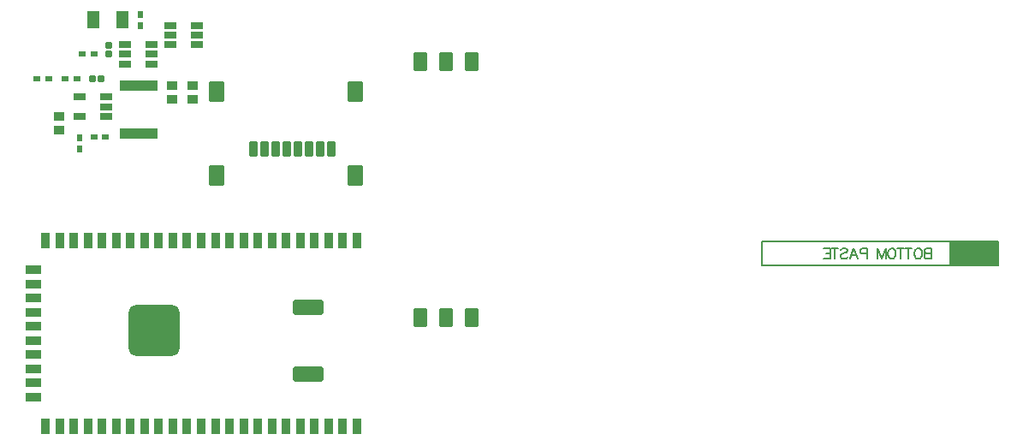
<source format=gbp>
G04*
G04 #@! TF.GenerationSoftware,Altium Limited,Altium Designer,20.0.2 (26)*
G04*
G04 Layer_Color=128*
%FSLAX44Y44*%
%MOMM*%
G71*
G01*
G75*
%ADD10C,0.2000*%
%ADD13C,0.1270*%
%ADD14R,4.8260X2.4130*%
%ADD15R,0.7500X0.6000*%
G04:AMPARAMS|DCode=17|XSize=0.64mm|YSize=0.6mm|CornerRadius=0.045mm|HoleSize=0mm|Usage=FLASHONLY|Rotation=0.000|XOffset=0mm|YOffset=0mm|HoleType=Round|Shape=RoundedRectangle|*
%AMROUNDEDRECTD17*
21,1,0.6400,0.5100,0,0,0.0*
21,1,0.5500,0.6000,0,0,0.0*
1,1,0.0900,0.2750,-0.2550*
1,1,0.0900,-0.2750,-0.2550*
1,1,0.0900,-0.2750,0.2550*
1,1,0.0900,0.2750,0.2550*
%
%ADD17ROUNDEDRECTD17*%
G04:AMPARAMS|DCode=20|XSize=0.64mm|YSize=0.6mm|CornerRadius=0.045mm|HoleSize=0mm|Usage=FLASHONLY|Rotation=270.000|XOffset=0mm|YOffset=0mm|HoleType=Round|Shape=RoundedRectangle|*
%AMROUNDEDRECTD20*
21,1,0.6400,0.5100,0,0,270.0*
21,1,0.5500,0.6000,0,0,270.0*
1,1,0.0900,-0.2550,-0.2750*
1,1,0.0900,-0.2550,0.2750*
1,1,0.0900,0.2550,0.2750*
1,1,0.0900,0.2550,-0.2750*
%
%ADD20ROUNDEDRECTD20*%
%ADD21R,0.6000X0.7500*%
%ADD37R,1.3000X1.8000*%
G04:AMPARAMS|DCode=112|XSize=1.8mm|YSize=1.4mm|CornerRadius=0.105mm|HoleSize=0mm|Usage=FLASHONLY|Rotation=270.000|XOffset=0mm|YOffset=0mm|HoleType=Round|Shape=RoundedRectangle|*
%AMROUNDEDRECTD112*
21,1,1.8000,1.1900,0,0,270.0*
21,1,1.5900,1.4000,0,0,270.0*
1,1,0.2100,-0.5950,-0.7950*
1,1,0.2100,-0.5950,0.7950*
1,1,0.2100,0.5950,0.7950*
1,1,0.2100,0.5950,-0.7950*
%
%ADD112ROUNDEDRECTD112*%
G04:AMPARAMS|DCode=113|XSize=1.2mm|YSize=0.65mm|CornerRadius=0.065mm|HoleSize=0mm|Usage=FLASHONLY|Rotation=180.000|XOffset=0mm|YOffset=0mm|HoleType=Round|Shape=RoundedRectangle|*
%AMROUNDEDRECTD113*
21,1,1.2000,0.5200,0,0,180.0*
21,1,1.0700,0.6500,0,0,180.0*
1,1,0.1300,-0.5350,0.2600*
1,1,0.1300,0.5350,0.2600*
1,1,0.1300,0.5350,-0.2600*
1,1,0.1300,-0.5350,-0.2600*
%
%ADD113ROUNDEDRECTD113*%
%ADD114R,1.0000X0.9000*%
G04:AMPARAMS|DCode=115|XSize=1.6mm|YSize=0.9mm|CornerRadius=0.0675mm|HoleSize=0mm|Usage=FLASHONLY|Rotation=90.000|XOffset=0mm|YOffset=0mm|HoleType=Round|Shape=RoundedRectangle|*
%AMROUNDEDRECTD115*
21,1,1.6000,0.7650,0,0,90.0*
21,1,1.4650,0.9000,0,0,90.0*
1,1,0.1350,0.3825,0.7325*
1,1,0.1350,0.3825,-0.7325*
1,1,0.1350,-0.3825,-0.7325*
1,1,0.1350,-0.3825,0.7325*
%
%ADD115ROUNDEDRECTD115*%
G04:AMPARAMS|DCode=116|XSize=1.6mm|YSize=0.9mm|CornerRadius=0.0675mm|HoleSize=0mm|Usage=FLASHONLY|Rotation=180.000|XOffset=0mm|YOffset=0mm|HoleType=Round|Shape=RoundedRectangle|*
%AMROUNDEDRECTD116*
21,1,1.6000,0.7650,0,0,180.0*
21,1,1.4650,0.9000,0,0,180.0*
1,1,0.1350,-0.7325,0.3825*
1,1,0.1350,0.7325,0.3825*
1,1,0.1350,0.7325,-0.3825*
1,1,0.1350,-0.7325,-0.3825*
%
%ADD116ROUNDEDRECTD116*%
G04:AMPARAMS|DCode=117|XSize=1.5mm|YSize=3mm|CornerRadius=0.15mm|HoleSize=0mm|Usage=FLASHONLY|Rotation=270.000|XOffset=0mm|YOffset=0mm|HoleType=Round|Shape=RoundedRectangle|*
%AMROUNDEDRECTD117*
21,1,1.5000,2.7000,0,0,270.0*
21,1,1.2000,3.0000,0,0,270.0*
1,1,0.3000,-1.3500,-0.6000*
1,1,0.3000,-1.3500,0.6000*
1,1,0.3000,1.3500,0.6000*
1,1,0.3000,1.3500,-0.6000*
%
%ADD117ROUNDEDRECTD117*%
G04:AMPARAMS|DCode=118|XSize=5mm|YSize=5mm|CornerRadius=0.625mm|HoleSize=0mm|Usage=FLASHONLY|Rotation=270.000|XOffset=0mm|YOffset=0mm|HoleType=Round|Shape=RoundedRectangle|*
%AMROUNDEDRECTD118*
21,1,5.0000,3.7500,0,0,270.0*
21,1,3.7500,5.0000,0,0,270.0*
1,1,1.2500,-1.8750,-1.8750*
1,1,1.2500,-1.8750,1.8750*
1,1,1.2500,1.8750,1.8750*
1,1,1.2500,1.8750,-1.8750*
%
%ADD118ROUNDEDRECTD118*%
G04:AMPARAMS|DCode=119|XSize=1.45mm|YSize=2mm|CornerRadius=0.1088mm|HoleSize=0mm|Usage=FLASHONLY|Rotation=180.000|XOffset=0mm|YOffset=0mm|HoleType=Round|Shape=RoundedRectangle|*
%AMROUNDEDRECTD119*
21,1,1.4500,1.7825,0,0,180.0*
21,1,1.2325,2.0000,0,0,180.0*
1,1,0.2175,-0.6163,0.8913*
1,1,0.2175,0.6163,0.8913*
1,1,0.2175,0.6163,-0.8913*
1,1,0.2175,-0.6163,-0.8913*
%
%ADD119ROUNDEDRECTD119*%
G04:AMPARAMS|DCode=120|XSize=0.8mm|YSize=1.5mm|CornerRadius=0.06mm|HoleSize=0mm|Usage=FLASHONLY|Rotation=180.000|XOffset=0mm|YOffset=0mm|HoleType=Round|Shape=RoundedRectangle|*
%AMROUNDEDRECTD120*
21,1,0.8000,1.3800,0,0,180.0*
21,1,0.6800,1.5000,0,0,180.0*
1,1,0.1200,-0.3400,0.6900*
1,1,0.1200,0.3400,0.6900*
1,1,0.1200,0.3400,-0.6900*
1,1,0.1200,-0.3400,-0.6900*
%
%ADD120ROUNDEDRECTD120*%
%ADD121R,3.7000X1.1000*%
G54D10*
X1940495Y1265226D02*
X2174175D01*
X1940495Y1241096D02*
X2174175D01*
X1940495D02*
Y1265226D01*
X2174175Y1241096D02*
Y1265226D01*
G54D13*
X2108134Y1258112D02*
Y1247954D01*
Y1258112D02*
X2103781D01*
X2102330Y1257628D01*
X2101846Y1257144D01*
X2101363Y1256177D01*
Y1255210D01*
X2101846Y1254242D01*
X2102330Y1253758D01*
X2103781Y1253275D01*
X2108134D02*
X2103781D01*
X2102330Y1252791D01*
X2101846Y1252307D01*
X2101363Y1251340D01*
Y1249889D01*
X2101846Y1248921D01*
X2102330Y1248438D01*
X2103781Y1247954D01*
X2108134D01*
X2096187Y1258112D02*
X2097154Y1257628D01*
X2098122Y1256661D01*
X2098605Y1255693D01*
X2099089Y1254242D01*
Y1251824D01*
X2098605Y1250373D01*
X2098122Y1249405D01*
X2097154Y1248438D01*
X2096187Y1247954D01*
X2094252D01*
X2093285Y1248438D01*
X2092317Y1249405D01*
X2091834Y1250373D01*
X2091350Y1251824D01*
Y1254242D01*
X2091834Y1255693D01*
X2092317Y1256661D01*
X2093285Y1257628D01*
X2094252Y1258112D01*
X2096187D01*
X2085594D02*
Y1247954D01*
X2088980Y1258112D02*
X2082208D01*
X2077613D02*
Y1247954D01*
X2080999Y1258112D02*
X2074227D01*
X2070115D02*
X2071083Y1257628D01*
X2072050Y1256661D01*
X2072534Y1255693D01*
X2073017Y1254242D01*
Y1251824D01*
X2072534Y1250373D01*
X2072050Y1249405D01*
X2071083Y1248438D01*
X2070115Y1247954D01*
X2068181D01*
X2067213Y1248438D01*
X2066246Y1249405D01*
X2065762Y1250373D01*
X2065278Y1251824D01*
Y1254242D01*
X2065762Y1255693D01*
X2066246Y1256661D01*
X2067213Y1257628D01*
X2068181Y1258112D01*
X2070115D01*
X2062908D02*
Y1247954D01*
Y1258112D02*
X2059038Y1247954D01*
X2055169Y1258112D02*
X2059038Y1247954D01*
X2055169Y1258112D02*
Y1247954D01*
X2044285Y1252791D02*
X2039932D01*
X2038481Y1253275D01*
X2037997Y1253758D01*
X2037513Y1254726D01*
Y1256177D01*
X2037997Y1257144D01*
X2038481Y1257628D01*
X2039932Y1258112D01*
X2044285D01*
Y1247954D01*
X2027501D02*
X2031371Y1258112D01*
X2035240Y1247954D01*
X2033789Y1251340D02*
X2028952D01*
X2018359Y1256661D02*
X2019326Y1257628D01*
X2020777Y1258112D01*
X2022712D01*
X2024163Y1257628D01*
X2025131Y1256661D01*
Y1255693D01*
X2024647Y1254726D01*
X2024163Y1254242D01*
X2023196Y1253758D01*
X2020294Y1252791D01*
X2019326Y1252307D01*
X2018842Y1251824D01*
X2018359Y1250856D01*
Y1249405D01*
X2019326Y1248438D01*
X2020777Y1247954D01*
X2022712D01*
X2024163Y1248438D01*
X2025131Y1249405D01*
X2012699Y1258112D02*
Y1247954D01*
X2016085Y1258112D02*
X2009314D01*
X2001816D02*
X2008104D01*
Y1247954D01*
X2001816D01*
X2008104Y1253275D02*
X2004235D01*
G54D14*
X2150045Y1253161D02*
D03*
G54D15*
X1268500Y1450000D02*
D03*
X1280000D02*
D03*
X1251500Y1426200D02*
D03*
X1263000D02*
D03*
X1223750D02*
D03*
X1235250D02*
D03*
X1291250Y1368500D02*
D03*
X1279750D02*
D03*
G54D17*
X1294250Y1450100D02*
D03*
Y1458900D02*
D03*
G54D20*
X1278350Y1426000D02*
D03*
X1287150D02*
D03*
G54D21*
X1326000Y1478250D02*
D03*
Y1489750D02*
D03*
X1265750Y1356250D02*
D03*
Y1367750D02*
D03*
G54D37*
X1308000Y1484000D02*
D03*
X1279000D02*
D03*
G54D112*
X1603000Y1189500D02*
D03*
X1628400D02*
D03*
X1653800D02*
D03*
X1603000Y1442500D02*
D03*
X1628400D02*
D03*
X1653800D02*
D03*
G54D113*
X1336700Y1440500D02*
D03*
Y1459500D02*
D03*
Y1450000D02*
D03*
X1310700Y1440500D02*
D03*
Y1459500D02*
D03*
Y1450000D02*
D03*
X1355750Y1478500D02*
D03*
Y1459500D02*
D03*
Y1469000D02*
D03*
X1381750Y1478500D02*
D03*
Y1459500D02*
D03*
Y1469000D02*
D03*
X1265750Y1407750D02*
D03*
Y1388750D02*
D03*
X1291750Y1398250D02*
D03*
Y1407750D02*
D03*
Y1388750D02*
D03*
G54D114*
X1245250Y1374750D02*
D03*
Y1388250D02*
D03*
X1357250Y1405750D02*
D03*
Y1419250D02*
D03*
X1377750Y1405750D02*
D03*
Y1419250D02*
D03*
G54D115*
X1344000Y1266000D02*
D03*
X1526000D02*
D03*
X1512000D02*
D03*
X1498000D02*
D03*
X1484000D02*
D03*
X1470000D02*
D03*
X1456000D02*
D03*
X1442000D02*
D03*
X1428000D02*
D03*
X1414000D02*
D03*
X1400000D02*
D03*
X1386000D02*
D03*
X1372000D02*
D03*
X1358000D02*
D03*
X1274000D02*
D03*
X1260000D02*
D03*
X1246000D02*
D03*
X1232000D02*
D03*
X1232000Y1082000D02*
D03*
X1246000D02*
D03*
X1260000D02*
D03*
X1274000D02*
D03*
X1288000D02*
D03*
X1302000D02*
D03*
X1316000D02*
D03*
X1330000D02*
D03*
X1344000D02*
D03*
X1358000D02*
D03*
X1372000D02*
D03*
X1386000D02*
D03*
X1400000D02*
D03*
X1414000D02*
D03*
X1428000D02*
D03*
X1442000D02*
D03*
X1456000D02*
D03*
X1470000D02*
D03*
X1498000D02*
D03*
X1512000D02*
D03*
X1526000D02*
D03*
X1540000D02*
D03*
X1540000Y1266000D02*
D03*
X1484000Y1082000D02*
D03*
X1302000Y1266000D02*
D03*
X1288000D02*
D03*
X1316000D02*
D03*
X1330000D02*
D03*
G54D116*
X1220000Y1237000D02*
D03*
Y1223000D02*
D03*
Y1209000D02*
D03*
Y1195000D02*
D03*
Y1181000D02*
D03*
Y1167000D02*
D03*
Y1153000D02*
D03*
Y1139000D02*
D03*
Y1125000D02*
D03*
Y1111000D02*
D03*
G54D117*
X1492000Y1134000D02*
D03*
Y1200000D02*
D03*
G54D118*
X1339340Y1176996D02*
D03*
G54D119*
X1401250Y1330500D02*
D03*
Y1413500D02*
D03*
X1538750D02*
D03*
Y1330500D02*
D03*
G54D120*
X1515000Y1356500D02*
D03*
X1504000D02*
D03*
X1493000D02*
D03*
X1482000D02*
D03*
X1471000D02*
D03*
X1460000D02*
D03*
X1449000D02*
D03*
X1438000D02*
D03*
G54D121*
X1324250Y1371233D02*
D03*
Y1419267D02*
D03*
M02*

</source>
